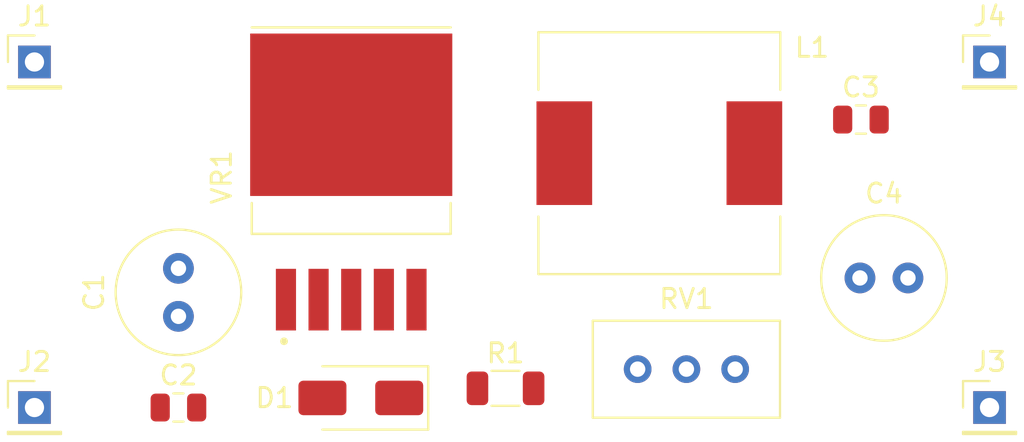
<source format=kicad_pcb>
(kicad_pcb (version 20241229) (generator "pcbnew") (generator_version "9.0")
  (layers (0 "F.Cu" signal) (2 "B.Cu" signal) (13 "F.Paste" user) (15 "B.Paste" user) (5 "F.SilkS" user "F.Silkscreen") (7 "B.SilkS" user "B.Silkscreen") (1 "F.Mask" user) (3 "B.Mask" user) (25 "Edge.Cuts" user))
  (net 0 "")
  (net 1 "Net-(J1-Pin_1)")
  (net 2 "GND")
  (net 3 "Net-(D1-K)")
  (net 4 "Net-(D1-A)")
  (net 5 "Net-(VR1-FB)")
  (footprint "Resistor_SMD:R_1206_3216Metric" (layer "F.Cu") (at 155.0375 43.75)
    (property "Reference" "R1" (at 0 -1.83 0) (layer "F.SilkS"))
    (property "Value" "1K" (hide yes))
    (fp_line (start -0.727064 -0.91) (end 0.727064 -0.91) (stroke (width 0.12)) (layer "F.SilkS"))
    (fp_line (start -0.727064 0.91) (end 0.727064 0.91) (stroke (width 0.12)) (layer "F.SilkS"))
    (pad "1" smd roundrect (at -1.4625 0) (size 1.125 1.75) (layers "F.Cu" "F.Mask" "F.Paste") (roundrect_rratio 0.222222) (net 5 "Net-(VR1-FB)"))
    (pad "2" smd roundrect (at 1.4625 0) (size 1.125 1.75) (layers "F.Cu" "F.Mask" "F.Paste") (roundrect_rratio 0.222222) (net 2 "GND"))
  )
  (footprint "Diode_SMD:D_SMA" (layer "F.Cu") (at 147.5 44.25 180)
    (property "Reference" "D1" (at 4.5 0 0) (layer "F.SilkS"))
    (property "Value" "SS34" (hide yes))
    (fp_line (start -3.51 1.65) (end 2 1.65) (stroke (width 0.12)) (layer "F.SilkS"))
    (fp_line (start -3.51 -1.65) (end 2 -1.65) (stroke (width 0.12)) (layer "F.SilkS"))
    (fp_line (start -3.51 -1.65) (end -3.51 1.65) (stroke (width 0.12)) (layer "F.SilkS"))
    (pad "1" smd roundrect (at -2 0 180) (size 2.5 1.8) (layers "F.Cu" "F.Mask" "F.Paste") (roundrect_rratio 0.1388888889) (net 3 "Net-(D1-K)"))
    (pad "2" smd roundrect (at 2 0 180) (size 2.5 1.8) (layers "F.Cu" "F.Mask" "F.Paste") (roundrect_rratio 0.1388888889) (net 4 "Net-(D1-A)"))
  )
  (footprint "Connector_PinHeader_2.54mm:PinHeader_1x01_P2.54mm_Vertical" (layer "F.Cu") (at 130.5 26.75)
    (property "Reference" "J1" (at 0 -2.38 0) (layer "F.SilkS"))
    (property "Value" "Conn_01x01_Pin" (hide yes))
    (fp_line (start -1.38 -1.38) (end 0 -1.38) (stroke (width 0.12)) (layer "F.SilkS"))
    (fp_line (start -1.38 0) (end -1.38 -1.38) (stroke (width 0.12)) (layer "F.SilkS"))
    (fp_line (start -1.38 1.27) (end -1.38 1.38) (stroke (width 0.12)) (layer "F.SilkS"))
    (fp_line (start -1.38 1.27) (end 1.38 1.27) (stroke (width 0.12)) (layer "F.SilkS"))
    (fp_line (start -1.38 1.38) (end 1.38 1.38) (stroke (width 0.12)) (layer "F.SilkS"))
    (fp_line (start 1.38 1.27) (end 1.38 1.38) (stroke (width 0.12)) (layer "F.SilkS"))
    (pad "1" thru_hole rect (at 0 0) (size 1.7 1.7) (drill 1) (layers "*.Cu" "*.Mask") (net 1 "Net-(J1-Pin_1)"))
  )
  (footprint "Capacitor_THT:C_Radial_D6.3mm_H11.0mm_P2.50mm" (layer "F.Cu") (at 173.5 38)
    (property "Reference" "C4" (at 1.25 -4.4 0) (layer "F.SilkS"))
    (property "Value" "220uF/50V" (hide yes))
    (fp_circle (center 1.25 0) (end 4.52 0) (stroke (width 0.12)) (fill no) (layer "F.SilkS"))
    (pad "1" thru_hole circle (at 0 0) (size 1.6 1.6) (drill 0.8) (layers "*.Cu" "*.Mask") (net 3 "Net-(D1-K)"))
    (pad "2" thru_hole circle (at 2.5 0) (size 1.6 1.6) (drill 0.8) (layers "*.Cu" "*.Mask") (net 2 "GND"))
  )
  (footprint "Connector_PinHeader_2.54mm:PinHeader_1x01_P2.54mm_Vertical" (layer "F.Cu") (at 180.25 44.75)
    (property "Reference" "J3" (at 0 -2.38 0) (layer "F.SilkS"))
    (property "Value" "Conn_01x01_Pin" (hide yes))
    (fp_line (start -1.38 -1.38) (end 0 -1.38) (stroke (width 0.12)) (layer "F.SilkS"))
    (fp_line (start -1.38 0) (end -1.38 -1.38) (stroke (width 0.12)) (layer "F.SilkS"))
    (fp_line (start -1.38 1.27) (end -1.38 1.38) (stroke (width 0.12)) (layer "F.SilkS"))
    (fp_line (start -1.38 1.27) (end 1.38 1.27) (stroke (width 0.12)) (layer "F.SilkS"))
    (fp_line (start -1.38 1.38) (end 1.38 1.38) (stroke (width 0.12)) (layer "F.SilkS"))
    (fp_line (start 1.38 1.27) (end 1.38 1.38) (stroke (width 0.12)) (layer "F.SilkS"))
    (pad "1" thru_hole rect (at 0 0) (size 1.7 1.7) (drill 1) (layers "*.Cu" "*.Mask") (net 2 "GND"))
  )
  (footprint "Capacitor_THT:C_Radial_D6.3mm_H11.0mm_P2.50mm" (layer "F.Cu") (at 138 40 90)
    (property "Reference" "C1" (at 1.25 -4.4 90) (layer "F.SilkS"))
    (property "Value" "47uF/50V" (hide yes))
    (fp_circle (center 1.25 0) (end 4.52 0) (stroke (width 0.12)) (fill no) (layer "F.SilkS"))
    (pad "1" thru_hole circle (at 0 0 90) (size 1.6 1.6) (drill 0.8) (layers "*.Cu" "*.Mask") (net 1 "Net-(J1-Pin_1)"))
    (pad "2" thru_hole circle (at 2.5 0 90) (size 1.6 1.6) (drill 0.8) (layers "*.Cu" "*.Mask") (net 2 "GND"))
  )
  (footprint "Connector_PinHeader_2.54mm:PinHeader_1x01_P2.54mm_Vertical" (layer "F.Cu") (at 180.25 26.75)
    (property "Reference" "J4" (at 0 -2.38 0) (layer "F.SilkS"))
    (property "Value" "Conn_01x01_Pin" (hide yes))
    (fp_line (start -1.38 -1.38) (end 0 -1.38) (stroke (width 0.12)) (layer "F.SilkS"))
    (fp_line (start -1.38 0) (end -1.38 -1.38) (stroke (width 0.12)) (layer "F.SilkS"))
    (fp_line (start -1.38 1.27) (end -1.38 1.38) (stroke (width 0.12)) (layer "F.SilkS"))
    (fp_line (start -1.38 1.27) (end 1.38 1.27) (stroke (width 0.12)) (layer "F.SilkS"))
    (fp_line (start -1.38 1.38) (end 1.38 1.38) (stroke (width 0.12)) (layer "F.SilkS"))
    (fp_line (start 1.38 1.27) (end 1.38 1.38) (stroke (width 0.12)) (layer "F.SilkS"))
    (pad "1" thru_hole rect (at 0 0) (size 1.7 1.7) (drill 1) (layers "*.Cu" "*.Mask") (net 3 "Net-(D1-K)"))
  )
  (footprint "Footprints:DPAK170P1435X465-6N" (layer "F.Cu") (at 147 33 90)
    (property "Reference" "VR1" (at 0.25 -6.75 90) (layer "F.SilkS"))
    (property "Value" "XL6009" (hide yes))
    (fp_line (start 8.05 -5.18) (end 8.05 5.18) (stroke (width 0.127)) (layer "F.SilkS"))
    (fp_line (start -1.1 -5.18) (end -2.705 -5.18) (stroke (width 0.127)) (layer "F.SilkS"))
    (fp_line (start -2.705 -5.18) (end -2.705 5.18) (stroke (width 0.127)) (layer "F.SilkS"))
    (fp_line (start -1.1 5.18) (end -2.705 5.18) (stroke (width 0.127)) (layer "F.SilkS"))
    (fp_circle (center -8.3 -3.5) (end -8.2 -3.5) (stroke (width 0.2)) (fill no) (layer "F.SilkS"))
    (pad "1" smd rect (at -6.13 -3.4 90) (size 3.21 1.05) (layers "F.Cu" "F.Mask" "F.Paste") (net 2 "GND"))
    (pad "2" smd rect (at -6.13 -1.7 90) (size 3.21 1.05) (layers "F.Cu" "F.Mask" "F.Paste"))
    (pad "3" smd rect (at -6.13 0 90) (size 3.21 1.05) (layers "F.Cu" "F.Mask" "F.Paste") (net 4 "Net-(D1-A)"))
    (pad "4" smd rect (at -6.13 1.7 90) (size 3.21 1.05) (layers "F.Cu" "F.Mask" "F.Paste") (net 1 "Net-(J1-Pin_1)"))
    (pad "5" smd rect (at -6.13 3.4 90) (size 3.21 1.05) (layers "F.Cu" "F.Mask" "F.Paste") (net 5 "Net-(VR1-FB)"))
    (pad "6" smd rect (at 3.5 0 90) (size 8.46 10.53) (layers "F.Cu" "F.Mask") (net 4 "Net-(D1-A)"))
  )
  (footprint "Capacitor_SMD:C_0805_2012Metric" (layer "F.Cu") (at 173.55 29.75)
    (property "Reference" "C3" (at 0 -1.68 0) (layer "F.SilkS"))
    (property "Value" "1uF" (hide yes))
    (fp_line (start -0.261252 -0.735) (end 0.261252 -0.735) (stroke (width 0.12)) (layer "F.SilkS"))
    (fp_line (start -0.261252 0.735) (end 0.261252 0.735) (stroke (width 0.12)) (layer "F.SilkS"))
    (pad "1" smd roundrect (at -0.95 0) (size 1 1.45) (layers "F.Cu" "F.Mask" "F.Paste") (net 3 "Net-(D1-K)"))
    (pad "2" smd roundrect (at 0.95 0) (size 1 1.45) (layers "F.Cu" "F.Mask" "F.Paste") (net 2 "GND"))
  )
  (footprint "Inductor_SMD:L_12x12mm_H8mm" (layer "F.Cu") (at 163.05 31.5)
    (property "Reference" "L1" (at 7.95 -5.5 0) (layer "F.SilkS"))
    (property "Value" "33uH" (hide yes))
    (fp_line (start -6.3 -6.3) (end 6.3 -6.3) (stroke (width 0.12)) (layer "F.SilkS"))
    (fp_line (start -6.3 -3.3) (end -6.3 -6.3) (stroke (width 0.12)) (layer "F.SilkS"))
    (fp_line (start -6.3 6.3) (end -6.3 3.3) (stroke (width 0.12)) (layer "F.SilkS"))
    (fp_line (start 6.3 -6.3) (end 6.3 -3.3) (stroke (width 0.12)) (layer "F.SilkS"))
    (fp_line (start 6.3 3.3) (end 6.3 6.3) (stroke (width 0.12)) (layer "F.SilkS"))
    (fp_line (start 6.3 6.3) (end -6.3 6.3) (stroke (width 0.12)) (layer "F.SilkS"))
    (pad "1" smd rect (at -4.95 0) (size 2.9 5.4) (layers "F.Cu" "F.Mask" "F.Paste") (net 1 "Net-(J1-Pin_1)"))
    (pad "2" smd rect (at 4.95 0) (size 2.9 5.4) (layers "F.Cu" "F.Mask" "F.Paste") (net 4 "Net-(D1-A)"))
  )
  (footprint "Connector_PinHeader_2.54mm:PinHeader_1x01_P2.54mm_Vertical" (layer "F.Cu") (at 130.5 44.75)
    (property "Reference" "J2" (at 0 -2.38 0) (layer "F.SilkS"))
    (property "Value" "Conn_01x01_Pin" (hide yes))
    (fp_line (start -1.38 -1.38) (end 0 -1.38) (stroke (width 0.12)) (layer "F.SilkS"))
    (fp_line (start -1.38 0) (end -1.38 -1.38) (stroke (width 0.12)) (layer "F.SilkS"))
    (fp_line (start -1.38 1.27) (end -1.38 1.38) (stroke (width 0.12)) (layer "F.SilkS"))
    (fp_line (start -1.38 1.27) (end 1.38 1.27) (stroke (width 0.12)) (layer "F.SilkS"))
    (fp_line (start -1.38 1.38) (end 1.38 1.38) (stroke (width 0.12)) (layer "F.SilkS"))
    (fp_line (start 1.38 1.27) (end 1.38 1.38) (stroke (width 0.12)) (layer "F.SilkS"))
    (pad "1" thru_hole rect (at 0 0) (size 1.7 1.7) (drill 1) (layers "*.Cu" "*.Mask") (net 2 "GND"))
  )
  (footprint "Capacitor_SMD:C_0805_2012Metric" (layer "F.Cu") (at 138 44.75)
    (property "Reference" "C2" (at 0 -1.68 0) (layer "F.SilkS"))
    (property "Value" "1uF" (hide yes))
    (fp_line (start -0.261252 -0.735) (end 0.261252 -0.735) (stroke (width 0.12)) (layer "F.SilkS"))
    (fp_line (start -0.261252 0.735) (end 0.261252 0.735) (stroke (width 0.12)) (layer "F.SilkS"))
    (pad "1" smd roundrect (at -0.95 0) (size 1 1.45) (layers "F.Cu" "F.Mask" "F.Paste") (net 1 "Net-(J1-Pin_1)"))
    (pad "2" smd roundrect (at 0.95 0) (size 1 1.45) (layers "F.Cu" "F.Mask" "F.Paste") (net 2 "GND"))
  )
  (footprint "Potentiometer_THT:Potentiometer_Bourns_3296W_Vertical" (layer "F.Cu") (at 167 42.75)
    (property "Reference" "RV1" (at -2.54 -3.66 0) (layer "F.SilkS"))
    (property "Value" "50K" (hide yes))
    (fp_line (start -7.415 -2.52) (end -7.415 2.53) (stroke (width 0.12)) (layer "F.SilkS"))
    (fp_line (start -7.415 -2.52) (end 2.335 -2.52) (stroke (width 0.12)) (layer "F.SilkS"))
    (fp_line (start -7.415 2.53) (end 2.335 2.53) (stroke (width 0.12)) (layer "F.SilkS"))
    (fp_line (start 2.335 -2.52) (end 2.335 2.53) (stroke (width 0.12)) (layer "F.SilkS"))
    (pad "1" thru_hole circle (at 0 0) (size 1.44 1.44) (drill 0.8) (layers "*.Cu" "*.Mask") (net 5 "Net-(VR1-FB)"))
    (pad "2" thru_hole circle (at -2.54 0) (size 1.44 1.44) (drill 0.8) (layers "*.Cu" "*.Mask") (net 3 "Net-(D1-K)"))
    (pad "3" thru_hole circle (at -5.08 0) (size 1.44 1.44) (drill 0.8) (layers "*.Cu" "*.Mask") (net 3 "Net-(D1-K)"))
  )
)
</source>
